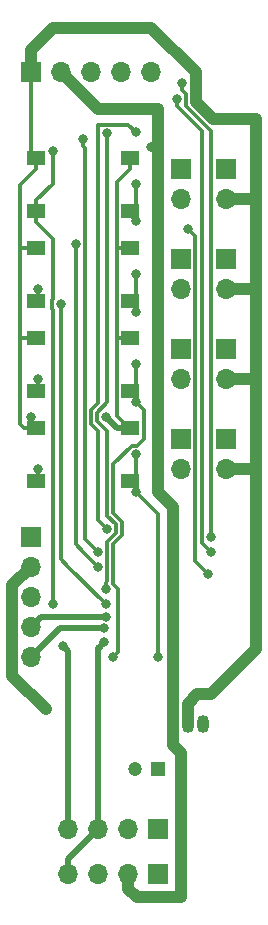
<source format=gbl>
G04 #@! TF.GenerationSoftware,KiCad,Pcbnew,(5.1.0-894-gde406e36d)*
G04 #@! TF.CreationDate,2019-06-07T17:38:46-07:00*
G04 #@! TF.ProjectId,TetheredJoy,54657468-6572-4656-944a-6f792e6b6963,n/c*
G04 #@! TF.SameCoordinates,Original*
G04 #@! TF.FileFunction,Copper,L2,Bot*
G04 #@! TF.FilePolarity,Positive*
%FSLAX46Y46*%
G04 Gerber Fmt 4.6, Leading zero omitted, Abs format (unit mm)*
G04 Created by KiCad (PCBNEW (5.1.0-894-gde406e36d)) date 2019-06-07 17:38:46*
%MOMM*%
%LPD*%
G04 APERTURE LIST*
%ADD10R,1.050000X1.500000*%
%ADD11O,1.050000X1.500000*%
%ADD12R,1.550000X1.300000*%
%ADD13O,1.700000X1.700000*%
%ADD14R,1.700000X1.700000*%
%ADD15C,1.200000*%
%ADD16R,1.200000X1.200000*%
%ADD17C,0.800000*%
%ADD18C,1.016000*%
%ADD19C,0.304800*%
%ADD20C,0.508000*%
G04 APERTURE END LIST*
D10*
X216535000Y-94615000D03*
D11*
X219075000Y-94615000D03*
X217805000Y-94615000D03*
D12*
X212895000Y-69505000D03*
X212895000Y-74005000D03*
X204935000Y-74005000D03*
X204935000Y-69505000D03*
X212895000Y-61885000D03*
X212895000Y-66385000D03*
X204935000Y-66385000D03*
X204935000Y-61885000D03*
X212895000Y-54265000D03*
X212895000Y-58765000D03*
X204935000Y-58765000D03*
X204935000Y-54265000D03*
X212895000Y-46645000D03*
X212895000Y-51145000D03*
X204935000Y-51145000D03*
X204935000Y-46645000D03*
D13*
X207645000Y-103505000D03*
X210185000Y-103505000D03*
X212725000Y-103505000D03*
D14*
X215265000Y-103505000D03*
D13*
X214630000Y-39370000D03*
X212090000Y-39370000D03*
X209550000Y-39370000D03*
X207010000Y-39370000D03*
D14*
X204470000Y-39370000D03*
D13*
X220980000Y-73025000D03*
D14*
X220980000Y-70485000D03*
D13*
X217170000Y-73025000D03*
D14*
X217170000Y-70485000D03*
D13*
X220980000Y-65405000D03*
D14*
X220980000Y-62865000D03*
D13*
X217170000Y-65405000D03*
D14*
X217170000Y-62865000D03*
D13*
X220980000Y-57785000D03*
D14*
X220980000Y-55245000D03*
D13*
X217170000Y-57785000D03*
D14*
X217170000Y-55245000D03*
D13*
X220980000Y-50165000D03*
D14*
X220980000Y-47625000D03*
D13*
X217170000Y-50165000D03*
D14*
X217170000Y-47625000D03*
D13*
X204470000Y-88900000D03*
X204470000Y-86360000D03*
X204470000Y-83820000D03*
X204470000Y-81280000D03*
D14*
X204470000Y-78740000D03*
D13*
X207645000Y-107315000D03*
X210185000Y-107315000D03*
X212725000Y-107315000D03*
D14*
X215265000Y-107315000D03*
D15*
X213265000Y-98425000D03*
D16*
X215265000Y-98425000D03*
D17*
X210937410Y-44575797D03*
X213360000Y-44450000D03*
X204470000Y-68580000D03*
X210820000Y-68580000D03*
X217275204Y-40331563D03*
X216827181Y-41648473D03*
X207010000Y-59055000D03*
X210684503Y-86459654D03*
X210863311Y-85475758D03*
X210820000Y-84455000D03*
X207191318Y-87965118D03*
X206375000Y-84455000D03*
X206310012Y-46038801D03*
X208280000Y-53975000D03*
X210185000Y-81280000D03*
X208915000Y-45085000D03*
X210933992Y-78033359D03*
X210185000Y-80010000D03*
X215265000Y-88900000D03*
X210820000Y-83185000D03*
X215265000Y-54092410D03*
X213360000Y-51952590D03*
X217805000Y-52705000D03*
X219488426Y-81904131D03*
X219710000Y-80010000D03*
X219710000Y-78740000D03*
X210702590Y-87630000D03*
X211455000Y-88900000D03*
X205740000Y-93345000D03*
X223520000Y-81915000D03*
X216535000Y-83820000D03*
X215265000Y-68580000D03*
X215265000Y-60960000D03*
X214630000Y-45720000D03*
X213360000Y-71755000D03*
X213360000Y-64135000D03*
X213360000Y-48895000D03*
X213360000Y-56515000D03*
X213360000Y-74930000D03*
X213360000Y-67310000D03*
X213360000Y-59690000D03*
X205105000Y-57785000D03*
X205105000Y-65405000D03*
X205105000Y-73025000D03*
D18*
X204470000Y-39370000D02*
X204470000Y-37504000D01*
X204470000Y-37504000D02*
X206360011Y-35613989D01*
X206360011Y-35613989D02*
X214683989Y-35613989D01*
X214683989Y-35613989D02*
X218440000Y-39370000D01*
X218440000Y-39370000D02*
X218440000Y-41910000D01*
X218440000Y-41910000D02*
X219895302Y-43365302D01*
X219895302Y-43365302D02*
X223520000Y-43365302D01*
X223520000Y-43365302D02*
X223520000Y-50165000D01*
X209550000Y-41910000D02*
X207010000Y-39370000D01*
X215265000Y-45720000D02*
X215265000Y-42545000D01*
X215265000Y-42545000D02*
X210185000Y-42545000D01*
X210185000Y-42545000D02*
X209550000Y-41910000D01*
D19*
X210067598Y-68218846D02*
X210937410Y-67349034D01*
X210820000Y-82619315D02*
X210937410Y-82501905D01*
X211686393Y-77672206D02*
X210937410Y-76923223D01*
X210937410Y-69810966D02*
X210067598Y-68941154D01*
X210067598Y-68941154D02*
X210067598Y-68218846D01*
X210937410Y-82501905D02*
X210937410Y-79143495D01*
X210937410Y-76923223D02*
X210937410Y-69810966D01*
X212733387Y-43823387D02*
X213360000Y-44450000D01*
X210820000Y-83185000D02*
X210820000Y-82619315D01*
X211686393Y-78394512D02*
X211686393Y-77672206D01*
X210937410Y-79143495D02*
X211686393Y-78394512D01*
X210937410Y-67349034D02*
X210937410Y-45141482D01*
X210937410Y-45141482D02*
X210937410Y-44575797D01*
X210176613Y-43823387D02*
X212733387Y-43823387D01*
D20*
X204470000Y-68580000D02*
X204470000Y-69040000D01*
X204470000Y-69040000D02*
X204935000Y-69505000D01*
D19*
X208915000Y-45650685D02*
X208915000Y-45085000D01*
X210185000Y-80010000D02*
X209057976Y-78882976D01*
X209562787Y-68009747D02*
X209562787Y-69150253D01*
X210533993Y-77633360D02*
X210933992Y-78033359D01*
X209057976Y-78882976D02*
X209057976Y-45793661D01*
X210176613Y-67395921D02*
X209562787Y-68009747D01*
X210176613Y-69764079D02*
X210176613Y-77275980D01*
X210176613Y-43823387D02*
X210176613Y-67395921D01*
D20*
X212895000Y-69505000D02*
X211745000Y-69505000D01*
D19*
X209057976Y-45793661D02*
X208915000Y-45650685D01*
X209562787Y-69150253D02*
X210176613Y-69764079D01*
X210176613Y-77275980D02*
X210533993Y-77633360D01*
D20*
X211745000Y-69505000D02*
X210820000Y-68580000D01*
D19*
X219710000Y-44396804D02*
X217579591Y-42266395D01*
X216827181Y-42214158D02*
X216827181Y-41648473D01*
X217579591Y-42266395D02*
X217579591Y-41201635D01*
X218957599Y-44358313D02*
X216827181Y-42227895D01*
X219710000Y-78740000D02*
X219710000Y-44396804D01*
X217275204Y-40897248D02*
X217275204Y-40331563D01*
X216827181Y-42227895D02*
X216827181Y-42214158D01*
X218957599Y-79257599D02*
X218957599Y-44358313D01*
X219710000Y-80010000D02*
X218957599Y-79257599D01*
X217579591Y-41201635D02*
X217275204Y-40897248D01*
X204935000Y-52099800D02*
X204935000Y-51145000D01*
X206375000Y-58576444D02*
X206375000Y-53539800D01*
X206375000Y-53539800D02*
X204935000Y-52099800D01*
X206257598Y-58693846D02*
X206375000Y-58576444D01*
X206375000Y-59533556D02*
X206257598Y-59416154D01*
X206375000Y-84455000D02*
X206375000Y-59533556D01*
X206257598Y-59416154D02*
X206257598Y-58693846D01*
X207010000Y-80645000D02*
X207010000Y-59055000D01*
X207645000Y-81280000D02*
X207010000Y-80645000D01*
X210820000Y-84455000D02*
X207645000Y-81280000D01*
D20*
X204470000Y-86360000D02*
X205354242Y-85475758D01*
X210118818Y-86459654D02*
X210684503Y-86459654D01*
X205354242Y-85475758D02*
X210297626Y-85475758D01*
X210297626Y-85475758D02*
X210863311Y-85475758D01*
X204470000Y-88900000D02*
X206910346Y-86459654D01*
X206910346Y-86459654D02*
X210118818Y-86459654D01*
X207645000Y-88418800D02*
X207591317Y-88365117D01*
X207591317Y-88365117D02*
X207191318Y-87965118D01*
X207645000Y-103505000D02*
X207645000Y-88418800D01*
D19*
X204935000Y-50190200D02*
X206310012Y-48815188D01*
X206310012Y-48815188D02*
X206310012Y-46604486D01*
X206310012Y-46604486D02*
X206310012Y-46038801D01*
X204935000Y-51145000D02*
X204935000Y-50190200D01*
X208915000Y-80010000D02*
X208280000Y-79375000D01*
X208280000Y-79375000D02*
X208280000Y-53975000D01*
X210185000Y-81280000D02*
X208915000Y-80010000D01*
X213759999Y-67709999D02*
X213360000Y-67310000D01*
X212998847Y-71002599D02*
X213477401Y-71002599D01*
X211455000Y-76726903D02*
X211455000Y-72546446D01*
X214022401Y-70457599D02*
X214022401Y-67972401D01*
X212191204Y-78603611D02*
X212191203Y-77463106D01*
X211455000Y-79339815D02*
X212191204Y-78603611D01*
X211854999Y-83106445D02*
X211455000Y-82706446D01*
X211854999Y-88500001D02*
X211854999Y-83106445D01*
X213477401Y-71002599D02*
X214022401Y-70457599D01*
X211455000Y-88900000D02*
X211854999Y-88500001D01*
X211455000Y-72546446D02*
X212998847Y-71002599D01*
X214022401Y-67972401D02*
X213759999Y-67709999D01*
X211455000Y-82706446D02*
X211455000Y-79339815D01*
X212191203Y-77463106D02*
X211455000Y-76726903D01*
X215265000Y-88900000D02*
X215265000Y-76835000D01*
X215265000Y-76835000D02*
X213360000Y-74930000D01*
X213360000Y-48895000D02*
X213360000Y-51952590D01*
X212960001Y-51552591D02*
X213360000Y-51952590D01*
D18*
X215265000Y-45720000D02*
X215265000Y-54092410D01*
D19*
X212895000Y-51487590D02*
X212960001Y-51552591D01*
D18*
X215265000Y-60960000D02*
X215265000Y-54092410D01*
D19*
X212895000Y-51145000D02*
X212895000Y-51487590D01*
X218372401Y-53272401D02*
X217805000Y-52705000D01*
X219488426Y-81904131D02*
X218372401Y-80788106D01*
X218372401Y-80788106D02*
X218372401Y-53272401D01*
D20*
X210302591Y-88029999D02*
X210702590Y-87630000D01*
X210185000Y-103505000D02*
X210185000Y-88147590D01*
X210185000Y-88147590D02*
X210302591Y-88029999D01*
D18*
X204470000Y-81280000D02*
X202911999Y-82838001D01*
X202911999Y-82838001D02*
X202911999Y-90516999D01*
X202911999Y-90516999D02*
X205740000Y-93345000D01*
D20*
X207645000Y-107315000D02*
X207645000Y-106045000D01*
X207645000Y-106045000D02*
X210185000Y-103505000D01*
D18*
X223520000Y-73025000D02*
X223520000Y-81915000D01*
X223520000Y-81915000D02*
X223520000Y-88265000D01*
X216535000Y-94615000D02*
X216535000Y-83820000D01*
X216535000Y-83820000D02*
X216535000Y-76200000D01*
X215265000Y-74930000D02*
X215265000Y-68580000D01*
X215265000Y-68580000D02*
X215265000Y-60960000D01*
D19*
X214630000Y-45720000D02*
X215265000Y-45720000D01*
D18*
X216535000Y-76200000D02*
X215265000Y-74930000D01*
D19*
X213360000Y-71755000D02*
X213360000Y-74930000D01*
X213360000Y-64135000D02*
X213360000Y-67310000D01*
X213360000Y-56515000D02*
X213360000Y-59690000D01*
X213360000Y-74930000D02*
X213360000Y-74470000D01*
X213360000Y-74470000D02*
X212895000Y-74005000D01*
X213360000Y-67310000D02*
X213360000Y-66850000D01*
X213360000Y-66850000D02*
X212895000Y-66385000D01*
X213360000Y-59690000D02*
X213360000Y-59230000D01*
X213360000Y-59230000D02*
X212895000Y-58765000D01*
X205105000Y-57785000D02*
X205105000Y-58595000D01*
X205105000Y-58595000D02*
X204935000Y-58765000D01*
X205105000Y-65405000D02*
X205105000Y-66215000D01*
X205105000Y-66215000D02*
X204935000Y-66385000D01*
X205105000Y-73025000D02*
X205105000Y-73835000D01*
X205105000Y-73835000D02*
X204935000Y-74005000D01*
X204470000Y-39370000D02*
X204470000Y-46180000D01*
X204470000Y-46180000D02*
X204935000Y-46645000D01*
X211767599Y-68502599D02*
X211767599Y-61907599D01*
X211767599Y-61907599D02*
X211767599Y-54297401D01*
X212895000Y-61885000D02*
X211790198Y-61885000D01*
X211790198Y-61885000D02*
X211767599Y-61907599D01*
X211767599Y-54297401D02*
X211767599Y-48727201D01*
X212895000Y-54265000D02*
X211800000Y-54265000D01*
X211800000Y-54265000D02*
X211767599Y-54297401D01*
X212895000Y-69505000D02*
X212770000Y-69505000D01*
X212770000Y-69505000D02*
X211767599Y-68502599D01*
X212895000Y-47599800D02*
X212895000Y-46645000D01*
X211767599Y-48727201D02*
X212895000Y-47599800D01*
X203565200Y-69215000D02*
X203565200Y-61864800D01*
X203835000Y-61864800D02*
X203565200Y-61864800D01*
X203565200Y-61864800D02*
X203565200Y-54244800D01*
X204935000Y-61885000D02*
X203855200Y-61885000D01*
X203855200Y-61885000D02*
X203835000Y-61864800D01*
X203565200Y-54244800D02*
X203565200Y-48969600D01*
X204935000Y-54265000D02*
X203855200Y-54265000D01*
X203855200Y-54265000D02*
X203835000Y-54244800D01*
X203835000Y-54244800D02*
X203565200Y-54244800D01*
X203565200Y-48969600D02*
X204935000Y-47599800D01*
X204935000Y-47599800D02*
X204935000Y-46645000D01*
X204935000Y-69505000D02*
X203855200Y-69505000D01*
X203855200Y-69505000D02*
X203565200Y-69215000D01*
D18*
X219710000Y-92075000D02*
X218579000Y-92075000D01*
X217805000Y-92849000D02*
X217805000Y-94615000D01*
X218579000Y-92075000D02*
X217805000Y-92849000D01*
X223520000Y-88265000D02*
X219710000Y-92075000D01*
X223520000Y-73025000D02*
X220980000Y-73025000D01*
X223520000Y-65405000D02*
X223520000Y-73025000D01*
X223520000Y-65405000D02*
X220980000Y-65405000D01*
X223520000Y-57785000D02*
X223520000Y-65405000D01*
X223520000Y-50165000D02*
X223520000Y-57785000D01*
X223520000Y-57785000D02*
X220980000Y-57785000D01*
X223520000Y-50165000D02*
X220980000Y-50165000D01*
X217170000Y-109220000D02*
X217170000Y-97016000D01*
X217170000Y-97016000D02*
X216535000Y-96381000D01*
X216535000Y-96381000D02*
X216535000Y-94615000D01*
X213427919Y-109220000D02*
X217170000Y-109220000D01*
X212725000Y-107315000D02*
X212725000Y-108517081D01*
X212725000Y-108517081D02*
X213427919Y-109220000D01*
M02*

</source>
